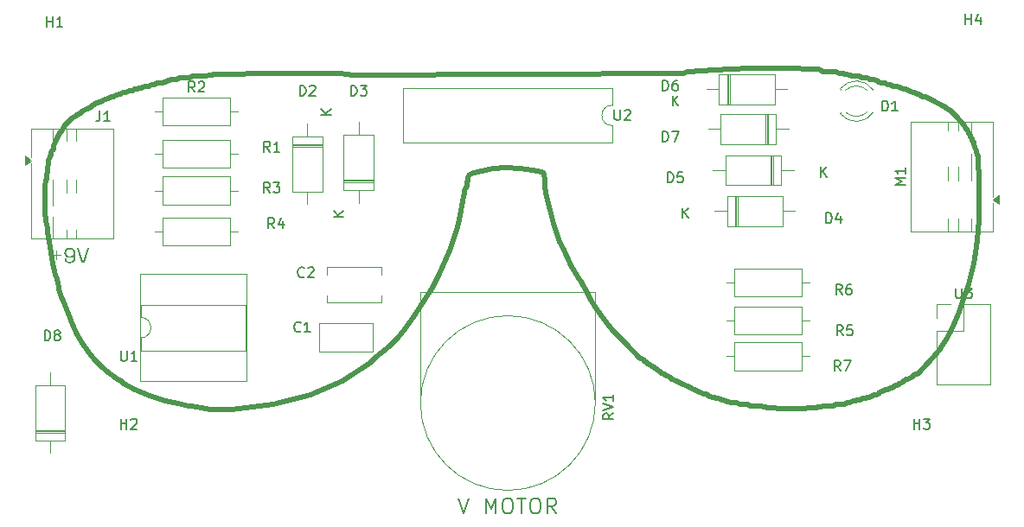
<source format=gbr>
%TF.GenerationSoftware,KiCad,Pcbnew,9.0.2*%
%TF.CreationDate,2025-06-20T16:24:45-04:00*%
%TF.ProjectId,fps555-v5.2,66707335-3535-42d7-9635-2e322e6b6963,rev?*%
%TF.SameCoordinates,Original*%
%TF.FileFunction,Legend,Top*%
%TF.FilePolarity,Positive*%
%FSLAX46Y46*%
G04 Gerber Fmt 4.6, Leading zero omitted, Abs format (unit mm)*
G04 Created by KiCad (PCBNEW 9.0.2) date 2025-06-20 16:24:45*
%MOMM*%
%LPD*%
G01*
G04 APERTURE LIST*
%ADD10C,0.187500*%
%ADD11C,0.500000*%
%ADD12C,0.150000*%
%ADD13C,0.120000*%
G04 APERTURE END LIST*
D10*
X97266212Y-97806678D02*
X97766212Y-99306678D01*
X97766212Y-99306678D02*
X98266212Y-97806678D01*
X99909068Y-99306678D02*
X99909068Y-97806678D01*
X99909068Y-97806678D02*
X100409068Y-98878107D01*
X100409068Y-98878107D02*
X100909068Y-97806678D01*
X100909068Y-97806678D02*
X100909068Y-99306678D01*
X101909069Y-97806678D02*
X102194783Y-97806678D01*
X102194783Y-97806678D02*
X102337640Y-97878107D01*
X102337640Y-97878107D02*
X102480497Y-98020964D01*
X102480497Y-98020964D02*
X102551926Y-98306678D01*
X102551926Y-98306678D02*
X102551926Y-98806678D01*
X102551926Y-98806678D02*
X102480497Y-99092392D01*
X102480497Y-99092392D02*
X102337640Y-99235250D01*
X102337640Y-99235250D02*
X102194783Y-99306678D01*
X102194783Y-99306678D02*
X101909069Y-99306678D01*
X101909069Y-99306678D02*
X101766212Y-99235250D01*
X101766212Y-99235250D02*
X101623354Y-99092392D01*
X101623354Y-99092392D02*
X101551926Y-98806678D01*
X101551926Y-98806678D02*
X101551926Y-98306678D01*
X101551926Y-98306678D02*
X101623354Y-98020964D01*
X101623354Y-98020964D02*
X101766212Y-97878107D01*
X101766212Y-97878107D02*
X101909069Y-97806678D01*
X102980498Y-97806678D02*
X103837641Y-97806678D01*
X103409069Y-99306678D02*
X103409069Y-97806678D01*
X104623355Y-97806678D02*
X104909069Y-97806678D01*
X104909069Y-97806678D02*
X105051926Y-97878107D01*
X105051926Y-97878107D02*
X105194783Y-98020964D01*
X105194783Y-98020964D02*
X105266212Y-98306678D01*
X105266212Y-98306678D02*
X105266212Y-98806678D01*
X105266212Y-98806678D02*
X105194783Y-99092392D01*
X105194783Y-99092392D02*
X105051926Y-99235250D01*
X105051926Y-99235250D02*
X104909069Y-99306678D01*
X104909069Y-99306678D02*
X104623355Y-99306678D01*
X104623355Y-99306678D02*
X104480498Y-99235250D01*
X104480498Y-99235250D02*
X104337640Y-99092392D01*
X104337640Y-99092392D02*
X104266212Y-98806678D01*
X104266212Y-98806678D02*
X104266212Y-98306678D01*
X104266212Y-98306678D02*
X104337640Y-98020964D01*
X104337640Y-98020964D02*
X104480498Y-97878107D01*
X104480498Y-97878107D02*
X104623355Y-97806678D01*
X106766212Y-99306678D02*
X106266212Y-98592392D01*
X105909069Y-99306678D02*
X105909069Y-97806678D01*
X105909069Y-97806678D02*
X106480498Y-97806678D01*
X106480498Y-97806678D02*
X106623355Y-97878107D01*
X106623355Y-97878107D02*
X106694784Y-97949535D01*
X106694784Y-97949535D02*
X106766212Y-98092392D01*
X106766212Y-98092392D02*
X106766212Y-98306678D01*
X106766212Y-98306678D02*
X106694784Y-98449535D01*
X106694784Y-98449535D02*
X106623355Y-98520964D01*
X106623355Y-98520964D02*
X106480498Y-98592392D01*
X106480498Y-98592392D02*
X105909069Y-98592392D01*
G36*
X57821161Y-74451084D02*
G01*
X57980713Y-74451084D01*
X57980713Y-74085635D01*
X58341948Y-74085635D01*
X58341948Y-73934419D01*
X57980713Y-73934419D01*
X57980713Y-73569062D01*
X57821161Y-73569062D01*
X57821161Y-73934419D01*
X57459926Y-73934419D01*
X57459926Y-74085635D01*
X57821161Y-74085635D01*
X57821161Y-74451084D01*
G37*
G36*
X59236010Y-73247410D02*
G01*
X59354758Y-73266939D01*
X59458068Y-73306125D01*
X59544931Y-73362768D01*
X59614670Y-73435261D01*
X59642876Y-73477126D01*
X59666489Y-73522696D01*
X59685325Y-73571973D01*
X59699090Y-73624724D01*
X59707610Y-73681347D01*
X59710502Y-73741253D01*
X59710502Y-74253613D01*
X59708184Y-74313178D01*
X59687915Y-74430086D01*
X59648657Y-74529428D01*
X59622352Y-74572918D01*
X59591705Y-74612405D01*
X59556518Y-74648099D01*
X59517177Y-74679546D01*
X59472766Y-74707231D01*
X59424289Y-74730284D01*
X59370113Y-74749129D01*
X59311911Y-74762830D01*
X59247535Y-74771488D01*
X59179182Y-74774400D01*
X59165693Y-74774291D01*
X59038199Y-74761213D01*
X58929833Y-74728371D01*
X58882722Y-74705355D01*
X58840083Y-74678175D01*
X58802027Y-74647080D01*
X58768623Y-74612284D01*
X58739710Y-74573635D01*
X58715727Y-74531684D01*
X58696472Y-74485831D01*
X58682525Y-74437051D01*
X58673856Y-74384425D01*
X58670943Y-74329268D01*
X58843135Y-74329268D01*
X58849516Y-74397447D01*
X58875191Y-74472060D01*
X58919373Y-74532560D01*
X58948761Y-74557741D01*
X58982948Y-74579072D01*
X59023166Y-74596757D01*
X59068486Y-74609841D01*
X59121064Y-74618287D01*
X59179182Y-74621168D01*
X59195073Y-74620956D01*
X59297961Y-74607596D01*
X59381330Y-74575659D01*
X59447280Y-74526807D01*
X59474255Y-74495802D01*
X59496751Y-74460792D01*
X59515261Y-74420390D01*
X59528755Y-74375986D01*
X59537414Y-74325253D01*
X59540326Y-74270466D01*
X59540326Y-74066768D01*
X59513032Y-74066768D01*
X59495006Y-74092634D01*
X59436566Y-74150896D01*
X59359642Y-74196200D01*
X59314007Y-74213120D01*
X59262283Y-74225982D01*
X59205092Y-74234028D01*
X59141355Y-74236852D01*
X59120801Y-74236484D01*
X59064306Y-74231564D01*
X59009917Y-74221049D01*
X58909984Y-74184431D01*
X58824009Y-74128987D01*
X58754209Y-74057027D01*
X58702258Y-73970427D01*
X58683488Y-73922156D01*
X58669716Y-73870482D01*
X58661276Y-73815797D01*
X58658395Y-73758014D01*
X58658395Y-73734933D01*
X58830587Y-73734933D01*
X58830587Y-73751786D01*
X58830631Y-73758043D01*
X58834146Y-73806821D01*
X58843104Y-73852472D01*
X58857185Y-73894644D01*
X58876159Y-73933324D01*
X58899914Y-73968499D01*
X58928101Y-73999753D01*
X58960936Y-74027234D01*
X58997794Y-74050280D01*
X59039158Y-74068970D01*
X59084129Y-74082640D01*
X59133247Y-74091169D01*
X59185502Y-74094062D01*
X59195997Y-74093949D01*
X59294441Y-74080752D01*
X59378135Y-74047552D01*
X59445925Y-73996718D01*
X59473528Y-73965228D01*
X59496721Y-73929878D01*
X59515318Y-73890690D01*
X59528956Y-73847999D01*
X59537439Y-73801481D01*
X59540326Y-73751786D01*
X59540326Y-73734933D01*
X59540319Y-73732408D01*
X59528791Y-73637951D01*
X59515286Y-73596181D01*
X59496927Y-73557987D01*
X59473785Y-73523313D01*
X59446195Y-73492566D01*
X59413712Y-73465406D01*
X59377094Y-73442658D01*
X59335411Y-73424045D01*
X59289896Y-73410444D01*
X59239431Y-73401876D01*
X59185502Y-73398977D01*
X59176804Y-73399049D01*
X59076173Y-73411617D01*
X58991936Y-73443678D01*
X58924434Y-73492850D01*
X58897045Y-73523427D01*
X58874048Y-73557882D01*
X58855546Y-73596386D01*
X58841978Y-73638523D01*
X58833476Y-73685007D01*
X58830587Y-73734933D01*
X58658395Y-73734933D01*
X58658395Y-73732827D01*
X58659343Y-73699627D01*
X58665452Y-73643859D01*
X58677010Y-73591144D01*
X58693908Y-73541268D01*
X58715823Y-73494770D01*
X58742925Y-73451182D01*
X58774659Y-73411363D01*
X58811505Y-73374794D01*
X58852603Y-73342450D01*
X58898614Y-73313967D01*
X58948451Y-73290206D01*
X59002720Y-73271062D01*
X59060312Y-73257140D01*
X59121538Y-73248555D01*
X59185502Y-73245654D01*
X59236010Y-73247410D01*
G37*
G36*
X60332039Y-74745000D02*
G01*
X60640792Y-74745000D01*
X61083910Y-73275054D01*
X60901186Y-73275054D01*
X60500109Y-74637930D01*
X60472814Y-74637930D01*
X60071646Y-73275054D01*
X59889013Y-73275054D01*
X60332039Y-74745000D01*
G37*
D11*
X129022968Y-55711672D02*
X132540823Y-55793954D01*
X132800140Y-55942805D01*
X132849675Y-55975191D01*
X133059576Y-56000378D01*
X133316978Y-56018370D01*
X133612641Y-56024365D01*
X133909026Y-56031325D01*
X134168467Y-56052793D01*
X134377890Y-56082899D01*
X134434501Y-56121041D01*
X134482599Y-56158586D01*
X134601223Y-56189289D01*
X134751394Y-56210640D01*
X134917996Y-56217716D01*
X135084598Y-56224795D01*
X135234769Y-56246144D01*
X135353398Y-56276849D01*
X135401496Y-56314392D01*
X135452712Y-56352173D01*
X135596517Y-56382759D01*
X135777879Y-56404110D01*
X135981544Y-56411067D01*
X136185328Y-56418146D01*
X136366685Y-56439492D01*
X136510496Y-56469961D01*
X136561712Y-56507740D01*
X136608014Y-56545286D01*
X136714285Y-56576110D01*
X136848742Y-56597461D01*
X136996875Y-56604538D01*
X137145007Y-56611617D01*
X137279459Y-56632844D01*
X137385735Y-56663671D01*
X137432033Y-56701213D01*
X137475814Y-56738515D01*
X137568404Y-56769461D01*
X137685357Y-56790813D01*
X137812613Y-56797889D01*
X137944316Y-56808566D01*
X138074576Y-56840469D01*
X138185049Y-56887247D01*
X138253893Y-56942904D01*
X138322738Y-56998555D01*
X138433092Y-57045335D01*
X138563471Y-57077239D01*
X138695168Y-57087913D01*
X138822310Y-57095109D01*
X138939252Y-57116341D01*
X139031972Y-57147284D01*
X139075748Y-57184589D01*
X139114736Y-57221771D01*
X139185620Y-57252959D01*
X139273302Y-57274188D01*
X139365778Y-57281384D01*
X139458373Y-57288460D01*
X139546055Y-57309689D01*
X139616944Y-57340877D01*
X139655926Y-57378059D01*
X139702338Y-57415483D01*
X139810051Y-57446307D01*
X139946433Y-57467658D01*
X140096719Y-57474735D01*
X140242812Y-57481694D01*
X140365871Y-57503162D01*
X140453673Y-57533987D01*
X140477787Y-57571410D01*
X140495291Y-57608471D01*
X140547949Y-57639658D01*
X140625198Y-57661009D01*
X140716590Y-57668086D01*
X140832095Y-57681398D01*
X140986344Y-57724938D01*
X141150316Y-57787430D01*
X141299647Y-57861434D01*
X141441653Y-57935563D01*
X141583669Y-57998052D01*
X141708045Y-58043032D01*
X141783136Y-58054907D01*
X141858217Y-58066780D01*
X141982604Y-58111641D01*
X142124620Y-58174252D01*
X142266636Y-58248256D01*
X142406722Y-58322263D01*
X142543104Y-58384874D01*
X142660529Y-58430572D01*
X142724341Y-58441607D01*
X142950309Y-58493425D01*
X143780813Y-58902435D01*
X144580718Y-59314803D01*
X144860433Y-59513910D01*
X144943794Y-59584557D01*
X145030039Y-59644408D01*
X145107879Y-59686989D01*
X145159334Y-59698626D01*
X145316820Y-59762676D01*
X146012135Y-60448759D01*
X146698703Y-61143714D01*
X146762754Y-61300962D01*
X146775465Y-61354216D01*
X146819604Y-61428822D01*
X146882213Y-61509184D01*
X146956214Y-61584151D01*
X147030226Y-61664277D01*
X147092710Y-61760109D01*
X147135781Y-61856663D01*
X147149571Y-61937507D01*
X147156647Y-62005755D01*
X147177991Y-62063567D01*
X147209305Y-62102311D01*
X147246244Y-62115987D01*
X147283193Y-62130617D01*
X147314497Y-62172718D01*
X147335851Y-62235329D01*
X147342917Y-62309335D01*
X147350118Y-62383342D01*
X147371347Y-62445953D01*
X147402662Y-62488051D01*
X147439600Y-62502687D01*
X147476538Y-62517322D01*
X147507967Y-62559539D01*
X147529197Y-62622150D01*
X147536273Y-62696157D01*
X147543464Y-62770161D01*
X147564693Y-62832656D01*
X147596122Y-62874873D01*
X147633070Y-62889508D01*
X147670133Y-62909417D01*
X147701313Y-62972988D01*
X147722667Y-63064865D01*
X147729743Y-63173895D01*
X147736820Y-63287123D01*
X147758174Y-63392193D01*
X147789115Y-63476034D01*
X147826416Y-63518015D01*
X147863594Y-63556157D01*
X147894670Y-63623806D01*
X147915899Y-63707166D01*
X147923100Y-63794488D01*
X147931847Y-63886126D01*
X147957994Y-63982441D01*
X147996375Y-64068800D01*
X148041957Y-64130091D01*
X148105644Y-64274027D01*
X148135631Y-65063021D01*
X148156507Y-66211730D01*
X148162857Y-68137916D01*
X148157950Y-70480671D01*
X148131553Y-71615943D01*
X148069910Y-72411656D01*
X147950191Y-73235555D01*
X147657776Y-74812584D01*
X147435522Y-75815920D01*
X147151013Y-76843365D01*
X146620375Y-78553653D01*
X146278539Y-79525083D01*
X145850208Y-80551682D01*
X145395865Y-81501525D01*
X144977734Y-82227906D01*
X144808979Y-82490942D01*
X144636976Y-82761298D01*
X144484771Y-83002633D01*
X144386531Y-83161194D01*
X144044684Y-83619381D01*
X143185045Y-84551351D01*
X142245760Y-85539336D01*
X142074961Y-85612139D01*
X142019304Y-85622339D01*
X141953095Y-85654245D01*
X141887612Y-85700423D01*
X141833159Y-85755234D01*
X141689099Y-85884177D01*
X141437212Y-86033980D01*
X141176941Y-86159202D01*
X141016092Y-86192307D01*
X140964762Y-86205510D01*
X140898304Y-86249162D01*
X140829221Y-86311651D01*
X140767930Y-86385658D01*
X140701835Y-86459665D01*
X140618838Y-86522279D01*
X140532478Y-86565100D01*
X140456433Y-86579134D01*
X140390587Y-86586205D01*
X140334930Y-86607434D01*
X140297629Y-86638863D01*
X140284430Y-86675807D01*
X140273515Y-86712631D01*
X140242688Y-86744060D01*
X140196639Y-86765289D01*
X140142300Y-86772485D01*
X140066006Y-86784360D01*
X139940799Y-86829340D01*
X139798181Y-86891829D01*
X139655926Y-86965836D01*
X139514751Y-87039843D01*
X139375370Y-87102451D01*
X139254350Y-87147670D01*
X139184421Y-87159301D01*
X139023817Y-87190606D01*
X138755618Y-87311512D01*
X138497858Y-87451489D01*
X138395069Y-87552125D01*
X138360522Y-87586906D01*
X138301389Y-87616047D01*
X138229183Y-87635963D01*
X138154460Y-87642682D01*
X138060423Y-87655392D01*
X137922843Y-87699537D01*
X137770757Y-87762026D01*
X137625384Y-87836033D01*
X137469091Y-87910154D01*
X137283662Y-87972648D01*
X137098943Y-88015589D01*
X136945534Y-88029498D01*
X136817080Y-88036455D01*
X136708651Y-88057928D01*
X136632481Y-88088869D01*
X136610053Y-88126176D01*
X136586064Y-88163597D01*
X136498148Y-88194424D01*
X136375084Y-88215897D01*
X136228990Y-88222849D01*
X136078699Y-88229931D01*
X135942318Y-88251279D01*
X135834734Y-88282106D01*
X135788193Y-88319527D01*
X135749210Y-88356710D01*
X135678322Y-88387889D01*
X135590650Y-88409119D01*
X135498174Y-88416200D01*
X135405568Y-88423396D01*
X135317891Y-88444625D01*
X135247003Y-88475815D01*
X135208025Y-88512998D01*
X135156810Y-88550777D01*
X135012993Y-88581241D01*
X134831642Y-88602594D01*
X134627977Y-88609666D01*
X134424183Y-88616628D01*
X134242831Y-88637976D01*
X134099015Y-88668565D01*
X134047799Y-88706349D01*
X133991069Y-88744486D01*
X133781645Y-88774592D01*
X133522209Y-88795946D01*
X133225825Y-88803017D01*
X132929559Y-88809979D01*
X132670124Y-88831447D01*
X132460695Y-88861558D01*
X132403959Y-88899695D01*
X132329475Y-88943601D01*
X131693890Y-88970703D01*
X130895178Y-88990370D01*
X129835952Y-88996368D01*
X128759086Y-88990614D01*
X127978854Y-88971305D01*
X127370609Y-88944794D01*
X127327673Y-88899695D01*
X127294813Y-88859753D01*
X127111537Y-88830254D01*
X126866487Y-88809621D01*
X126559784Y-88803017D01*
X126261251Y-88795946D01*
X126000005Y-88774592D01*
X125789025Y-88744486D01*
X125732175Y-88706349D01*
X125680959Y-88668565D01*
X125537138Y-88637976D01*
X125355787Y-88616628D01*
X125152122Y-88609666D01*
X124948332Y-88602594D01*
X124766981Y-88581241D01*
X124623165Y-88550777D01*
X124571949Y-88512998D01*
X124522170Y-88475214D01*
X124391070Y-88444625D01*
X124225314Y-88423282D01*
X124040118Y-88416200D01*
X123854922Y-88409243D01*
X123689156Y-88387889D01*
X123558055Y-88357187D01*
X123508282Y-88319527D01*
X123469299Y-88282345D01*
X123398410Y-88251279D01*
X123310739Y-88230045D01*
X123218263Y-88222849D01*
X123125657Y-88215653D01*
X123037975Y-88194424D01*
X122967097Y-88163364D01*
X122928114Y-88126176D01*
X122887088Y-88088869D01*
X122807685Y-88057928D01*
X122708496Y-88036580D01*
X122602220Y-88029498D01*
X122470523Y-88015107D01*
X122288093Y-87967009D01*
X122090664Y-87898164D01*
X121906900Y-87816718D01*
X121736942Y-87736833D01*
X121581499Y-87672544D01*
X121450995Y-87626007D01*
X121401818Y-87624570D01*
X121352641Y-87621930D01*
X121220343Y-87567715D01*
X121062856Y-87493709D01*
X120890734Y-87402192D01*
X120714898Y-87309115D01*
X120546376Y-87230548D01*
X120402441Y-87172494D01*
X120329513Y-87159301D01*
X120245317Y-87141906D01*
X119961524Y-87017166D01*
X119626759Y-86861002D01*
X119253856Y-86675807D01*
X118882267Y-86490492D01*
X118551937Y-86334328D01*
X118270670Y-86207658D01*
X118197981Y-86192307D01*
X118148804Y-86179000D01*
X118087394Y-86135457D01*
X118025024Y-86072962D01*
X117970924Y-85998961D01*
X117910479Y-85924954D01*
X117829032Y-85862346D01*
X117740157Y-85819768D01*
X117657632Y-85805491D01*
X117583864Y-85798414D01*
X117521618Y-85777180D01*
X117479637Y-85745761D01*
X117465007Y-85708812D01*
X117450128Y-85671874D01*
X117407311Y-85640569D01*
X117343738Y-85619335D01*
X117268652Y-85612139D01*
X117189494Y-85601582D01*
X117113925Y-85570641D01*
X117053356Y-85524820D01*
X117017968Y-85470850D01*
X116984625Y-85412672D01*
X116928973Y-85354857D01*
X116861203Y-85306043D01*
X116791035Y-85274614D01*
X116706113Y-85237676D01*
X116587609Y-85165827D01*
X116459746Y-85076469D01*
X116340759Y-84980989D01*
X116226821Y-84889598D01*
X116114428Y-84812349D01*
X116016194Y-84755862D01*
X115960179Y-84742062D01*
X115904527Y-84725751D01*
X115806054Y-84656782D01*
X115693423Y-84562988D01*
X115579599Y-84451799D01*
X115465525Y-84340735D01*
X115352780Y-84246931D01*
X115253829Y-84178205D01*
X115197695Y-84161775D01*
X115002066Y-84080090D01*
X113580962Y-82635235D01*
X112295877Y-81298939D01*
X111691959Y-80581072D01*
X111174996Y-79860326D01*
X110645920Y-79064255D01*
X110190249Y-78330435D01*
X109947487Y-77863848D01*
X109839894Y-77646751D01*
X109656503Y-77321101D01*
X109440839Y-76958865D01*
X109220863Y-76609112D01*
X108990568Y-76241719D01*
X108743604Y-75825513D01*
X108516666Y-75424658D01*
X108352103Y-75110406D01*
X108190539Y-74787391D01*
X107971761Y-74355834D01*
X107737026Y-73896209D01*
X107521127Y-73477243D01*
X107167052Y-72725789D01*
X106859275Y-71928037D01*
X106545142Y-70938376D01*
X106163239Y-69561297D01*
X105918070Y-68586505D01*
X105771619Y-67860244D01*
X105694374Y-67237130D01*
X105668585Y-66600948D01*
X105650593Y-66085905D01*
X105560758Y-65911625D01*
X105353493Y-65812556D01*
X104513521Y-65648470D01*
X103249307Y-65481386D01*
X101918525Y-65436167D01*
X100638239Y-65511253D01*
X99528632Y-65706762D01*
X98745277Y-65922302D01*
X98371290Y-66103182D01*
X98190173Y-66334670D01*
X98126599Y-66680231D01*
X98116529Y-66843834D01*
X98086299Y-67024112D01*
X98042164Y-67193474D01*
X97989501Y-67321933D01*
X97929653Y-67462388D01*
X97861524Y-67678410D01*
X97796996Y-67923097D01*
X97746257Y-68163223D01*
X97471942Y-69624985D01*
X97289029Y-70519892D01*
X97120269Y-71230081D01*
X96910965Y-71996767D01*
X96662082Y-72781923D01*
X96378169Y-73535172D01*
X95979355Y-74458390D01*
X95337176Y-75846265D01*
X94668003Y-77146344D01*
X93796727Y-78620339D01*
X92855284Y-80061111D01*
X91969733Y-81261036D01*
X91290369Y-82106169D01*
X90913261Y-82532326D01*
X90542396Y-82880171D01*
X89948547Y-83365818D01*
X89609466Y-83637254D01*
X89222885Y-83952948D01*
X88849620Y-84262764D01*
X88554076Y-84513687D01*
X85922253Y-86331205D01*
X82752483Y-87717404D01*
X79110010Y-88645774D01*
X75065483Y-89094006D01*
X73922055Y-89123152D01*
X72953383Y-89087884D01*
X72040367Y-88981499D01*
X71070135Y-88794628D01*
X70840561Y-88746047D01*
X70509154Y-88682479D01*
X70143565Y-88616270D01*
X69795725Y-88557018D01*
X68544227Y-88266511D01*
X67034125Y-87752070D01*
X65572122Y-87138072D01*
X64475290Y-86536431D01*
X64180839Y-86347640D01*
X63893811Y-86164722D01*
X63647397Y-86008559D01*
X63510757Y-85923393D01*
X62917069Y-85498548D01*
X62263383Y-84910469D01*
X61605621Y-84216944D01*
X60996998Y-83468976D01*
X60370924Y-82576108D01*
X59868992Y-81723062D01*
X59439615Y-80814724D01*
X59032968Y-79753453D01*
X58882665Y-79336287D01*
X58707882Y-78878457D01*
X58535894Y-78449058D01*
X58396915Y-78126889D01*
X58281708Y-77856891D01*
X58184396Y-77594212D01*
X58113401Y-77368478D01*
X58095998Y-77245175D01*
X58082480Y-77106158D01*
X58010442Y-76754485D01*
X57916285Y-76335757D01*
X57804749Y-75880687D01*
X57547983Y-74797710D01*
X57323328Y-73696617D01*
X57144323Y-72650584D01*
X57026189Y-71736849D01*
X56984377Y-71373897D01*
X56933760Y-71003148D01*
X56882100Y-70674380D01*
X56838896Y-70461237D01*
X56761052Y-69862118D01*
X56744944Y-68524857D01*
X56760668Y-67178480D01*
X56840755Y-66659842D01*
X56884859Y-66472369D01*
X56938594Y-66152473D01*
X56991453Y-65782087D01*
X57035569Y-65406896D01*
X57079421Y-65049345D01*
X57131621Y-64732572D01*
X57185500Y-64472171D01*
X57227204Y-64396489D01*
X57263775Y-64345029D01*
X57294481Y-64267308D01*
X57315436Y-64178189D01*
X57322464Y-64090631D01*
X57333463Y-64000910D01*
X57366352Y-63905555D01*
X57414677Y-63818957D01*
X57471903Y-63756104D01*
X57525386Y-63699133D01*
X57563073Y-63631001D01*
X57580033Y-63562515D01*
X57572428Y-63504583D01*
X57577574Y-63332103D01*
X57886047Y-62674085D01*
X58205843Y-62050255D01*
X58428604Y-61735640D01*
X58486345Y-61664992D01*
X58535151Y-61590508D01*
X58569634Y-61522621D01*
X58579458Y-61475841D01*
X58628516Y-61353021D01*
X58998555Y-60973753D01*
X59371559Y-60619078D01*
X59619148Y-60437844D01*
X59719505Y-60376792D01*
X59877869Y-60275317D01*
X60057042Y-60158133D01*
X60233575Y-60040107D01*
X60425871Y-59914762D01*
X60653453Y-59775390D01*
X60879632Y-59643449D01*
X61066470Y-59542096D01*
X61234068Y-59450100D01*
X61400167Y-59347788D01*
X61542901Y-59250152D01*
X61629357Y-59176504D01*
X61701587Y-59117374D01*
X61790550Y-59067237D01*
X61881888Y-59032931D01*
X61960775Y-59021780D01*
X62060964Y-59005344D01*
X62247527Y-58936616D01*
X62464807Y-58842823D01*
X62688874Y-58731753D01*
X62913051Y-58620686D01*
X63130582Y-58526887D01*
X63317467Y-58458159D01*
X63418184Y-58441607D01*
X63490654Y-58434531D01*
X63561349Y-58413179D01*
X63620087Y-58381995D01*
X63655806Y-58344932D01*
X63694788Y-58307749D01*
X63765663Y-58276684D01*
X63853331Y-58255454D01*
X63945881Y-58248256D01*
X64038417Y-58241060D01*
X64126096Y-58219831D01*
X64196971Y-58188765D01*
X64235953Y-58151583D01*
X64274948Y-58114401D01*
X64345811Y-58083332D01*
X64433491Y-58061981D01*
X64526027Y-58054907D01*
X64618564Y-58047709D01*
X64706244Y-58026480D01*
X64777131Y-57995292D01*
X64816112Y-57958232D01*
X64858094Y-57920928D01*
X64941815Y-57889862D01*
X65047005Y-57868633D01*
X65160233Y-57861434D01*
X65269143Y-57854480D01*
X65361020Y-57833129D01*
X65424591Y-57801944D01*
X65444622Y-57764761D01*
X65468730Y-57727335D01*
X65556530Y-57696511D01*
X65679593Y-57675160D01*
X65825685Y-57668086D01*
X65975975Y-57661009D01*
X66112352Y-57639658D01*
X66220062Y-57608951D01*
X66266481Y-57571410D01*
X66310620Y-57533987D01*
X66404777Y-57503162D01*
X66523641Y-57481811D01*
X66653301Y-57474735D01*
X66782841Y-57467658D01*
X66901826Y-57446307D01*
X66995983Y-57415363D01*
X67040002Y-57378059D01*
X67078985Y-57340877D01*
X67149872Y-57309689D01*
X67237551Y-57288460D01*
X67330148Y-57281384D01*
X67422625Y-57274188D01*
X67510305Y-57252959D01*
X67581192Y-57221771D01*
X67620173Y-57184589D01*
X67668751Y-57147048D01*
X67790614Y-57116341D01*
X67944744Y-57094992D01*
X68116263Y-57087913D01*
X68302177Y-57077841D01*
X68471779Y-57047732D01*
X68610075Y-57001673D01*
X68697634Y-56942904D01*
X68783875Y-56884848D01*
X68920611Y-56838669D01*
X69086495Y-56808081D01*
X69265212Y-56797889D01*
X69431335Y-56790813D01*
X69581145Y-56769461D01*
X69699289Y-56738756D01*
X69747387Y-56701213D01*
X69801244Y-56663191D01*
X69970844Y-56632844D01*
X70183507Y-56611495D01*
X70424234Y-56604538D01*
X70664964Y-56597461D01*
X70877624Y-56576110D01*
X71047345Y-56545766D01*
X71101081Y-56507740D01*
X71161055Y-56468999D01*
X71421453Y-56439256D01*
X71742424Y-56418024D01*
X72116411Y-56411067D01*
X72490277Y-56404232D01*
X72811249Y-56383003D01*
X73071648Y-56353252D01*
X73131620Y-56314392D01*
X73287069Y-56227672D01*
X79566880Y-56219275D01*
X85604881Y-56217600D01*
X86330185Y-56299878D01*
X86938064Y-56366567D01*
X103005700Y-56258499D01*
X119238624Y-56147429D01*
X119493381Y-56074022D01*
X119581779Y-56044157D01*
X120073797Y-55998098D01*
X120650727Y-55952281D01*
X121314261Y-55911021D01*
X122029487Y-55869877D01*
X122763790Y-55824897D01*
X123417850Y-55782320D01*
X123846767Y-55751013D01*
X125807857Y-55674848D01*
X129022968Y-55711672D01*
D12*
X145921995Y-77233819D02*
X145921995Y-78043342D01*
X145921995Y-78043342D02*
X145969614Y-78138580D01*
X145969614Y-78138580D02*
X146017233Y-78186200D01*
X146017233Y-78186200D02*
X146112471Y-78233819D01*
X146112471Y-78233819D02*
X146302947Y-78233819D01*
X146302947Y-78233819D02*
X146398185Y-78186200D01*
X146398185Y-78186200D02*
X146445804Y-78138580D01*
X146445804Y-78138580D02*
X146493423Y-78043342D01*
X146493423Y-78043342D02*
X146493423Y-77233819D01*
X146874376Y-77233819D02*
X147493423Y-77233819D01*
X147493423Y-77233819D02*
X147160090Y-77614771D01*
X147160090Y-77614771D02*
X147302947Y-77614771D01*
X147302947Y-77614771D02*
X147398185Y-77662390D01*
X147398185Y-77662390D02*
X147445804Y-77710009D01*
X147445804Y-77710009D02*
X147493423Y-77805247D01*
X147493423Y-77805247D02*
X147493423Y-78043342D01*
X147493423Y-78043342D02*
X147445804Y-78138580D01*
X147445804Y-78138580D02*
X147398185Y-78186200D01*
X147398185Y-78186200D02*
X147302947Y-78233819D01*
X147302947Y-78233819D02*
X147017233Y-78233819D01*
X147017233Y-78233819D02*
X146921995Y-78186200D01*
X146921995Y-78186200D02*
X146874376Y-78138580D01*
X146864017Y-51346533D02*
X146864017Y-50346533D01*
X146864017Y-50822723D02*
X147435445Y-50822723D01*
X147435445Y-51346533D02*
X147435445Y-50346533D01*
X148340207Y-50679866D02*
X148340207Y-51346533D01*
X148102112Y-50298914D02*
X147864017Y-51013199D01*
X147864017Y-51013199D02*
X148483064Y-51013199D01*
X141811853Y-91024507D02*
X141811853Y-90024507D01*
X141811853Y-90500697D02*
X142383281Y-90500697D01*
X142383281Y-91024507D02*
X142383281Y-90024507D01*
X142764234Y-90024507D02*
X143383281Y-90024507D01*
X143383281Y-90024507D02*
X143049948Y-90405459D01*
X143049948Y-90405459D02*
X143192805Y-90405459D01*
X143192805Y-90405459D02*
X143288043Y-90453078D01*
X143288043Y-90453078D02*
X143335662Y-90500697D01*
X143335662Y-90500697D02*
X143383281Y-90595935D01*
X143383281Y-90595935D02*
X143383281Y-90834030D01*
X143383281Y-90834030D02*
X143335662Y-90929268D01*
X143335662Y-90929268D02*
X143288043Y-90976888D01*
X143288043Y-90976888D02*
X143192805Y-91024507D01*
X143192805Y-91024507D02*
X142907091Y-91024507D01*
X142907091Y-91024507D02*
X142811853Y-90976888D01*
X142811853Y-90976888D02*
X142764234Y-90929268D01*
X64181029Y-91023727D02*
X64181029Y-90023727D01*
X64181029Y-90499917D02*
X64752457Y-90499917D01*
X64752457Y-91023727D02*
X64752457Y-90023727D01*
X65181029Y-90118965D02*
X65228648Y-90071346D01*
X65228648Y-90071346D02*
X65323886Y-90023727D01*
X65323886Y-90023727D02*
X65561981Y-90023727D01*
X65561981Y-90023727D02*
X65657219Y-90071346D01*
X65657219Y-90071346D02*
X65704838Y-90118965D01*
X65704838Y-90118965D02*
X65752457Y-90214203D01*
X65752457Y-90214203D02*
X65752457Y-90309441D01*
X65752457Y-90309441D02*
X65704838Y-90452298D01*
X65704838Y-90452298D02*
X65133410Y-91023727D01*
X65133410Y-91023727D02*
X65752457Y-91023727D01*
X56910846Y-51592980D02*
X56910846Y-50592980D01*
X56910846Y-51069170D02*
X57482274Y-51069170D01*
X57482274Y-51592980D02*
X57482274Y-50592980D01*
X58482274Y-51592980D02*
X57910846Y-51592980D01*
X58196560Y-51592980D02*
X58196560Y-50592980D01*
X58196560Y-50592980D02*
X58101322Y-50735837D01*
X58101322Y-50735837D02*
X58006084Y-50831075D01*
X58006084Y-50831075D02*
X57910846Y-50878694D01*
X82126053Y-76075351D02*
X82078434Y-76122971D01*
X82078434Y-76122971D02*
X81935577Y-76170590D01*
X81935577Y-76170590D02*
X81840339Y-76170590D01*
X81840339Y-76170590D02*
X81697482Y-76122971D01*
X81697482Y-76122971D02*
X81602244Y-76027732D01*
X81602244Y-76027732D02*
X81554625Y-75932494D01*
X81554625Y-75932494D02*
X81507006Y-75742018D01*
X81507006Y-75742018D02*
X81507006Y-75599161D01*
X81507006Y-75599161D02*
X81554625Y-75408685D01*
X81554625Y-75408685D02*
X81602244Y-75313447D01*
X81602244Y-75313447D02*
X81697482Y-75218209D01*
X81697482Y-75218209D02*
X81840339Y-75170590D01*
X81840339Y-75170590D02*
X81935577Y-75170590D01*
X81935577Y-75170590D02*
X82078434Y-75218209D01*
X82078434Y-75218209D02*
X82126053Y-75265828D01*
X82507006Y-75265828D02*
X82554625Y-75218209D01*
X82554625Y-75218209D02*
X82649863Y-75170590D01*
X82649863Y-75170590D02*
X82887958Y-75170590D01*
X82887958Y-75170590D02*
X82983196Y-75218209D01*
X82983196Y-75218209D02*
X83030815Y-75265828D01*
X83030815Y-75265828D02*
X83078434Y-75361066D01*
X83078434Y-75361066D02*
X83078434Y-75456304D01*
X83078434Y-75456304D02*
X83030815Y-75599161D01*
X83030815Y-75599161D02*
X82459387Y-76170590D01*
X82459387Y-76170590D02*
X83078434Y-76170590D01*
X117215805Y-57853819D02*
X117215805Y-56853819D01*
X117215805Y-56853819D02*
X117453900Y-56853819D01*
X117453900Y-56853819D02*
X117596757Y-56901438D01*
X117596757Y-56901438D02*
X117691995Y-56996676D01*
X117691995Y-56996676D02*
X117739614Y-57091914D01*
X117739614Y-57091914D02*
X117787233Y-57282390D01*
X117787233Y-57282390D02*
X117787233Y-57425247D01*
X117787233Y-57425247D02*
X117739614Y-57615723D01*
X117739614Y-57615723D02*
X117691995Y-57710961D01*
X117691995Y-57710961D02*
X117596757Y-57806200D01*
X117596757Y-57806200D02*
X117453900Y-57853819D01*
X117453900Y-57853819D02*
X117215805Y-57853819D01*
X118644376Y-56853819D02*
X118453900Y-56853819D01*
X118453900Y-56853819D02*
X118358662Y-56901438D01*
X118358662Y-56901438D02*
X118311043Y-56949057D01*
X118311043Y-56949057D02*
X118215805Y-57091914D01*
X118215805Y-57091914D02*
X118168186Y-57282390D01*
X118168186Y-57282390D02*
X118168186Y-57663342D01*
X118168186Y-57663342D02*
X118215805Y-57758580D01*
X118215805Y-57758580D02*
X118263424Y-57806200D01*
X118263424Y-57806200D02*
X118358662Y-57853819D01*
X118358662Y-57853819D02*
X118549138Y-57853819D01*
X118549138Y-57853819D02*
X118644376Y-57806200D01*
X118644376Y-57806200D02*
X118691995Y-57758580D01*
X118691995Y-57758580D02*
X118739614Y-57663342D01*
X118739614Y-57663342D02*
X118739614Y-57425247D01*
X118739614Y-57425247D02*
X118691995Y-57330009D01*
X118691995Y-57330009D02*
X118644376Y-57282390D01*
X118644376Y-57282390D02*
X118549138Y-57234771D01*
X118549138Y-57234771D02*
X118358662Y-57234771D01*
X118358662Y-57234771D02*
X118263424Y-57282390D01*
X118263424Y-57282390D02*
X118215805Y-57330009D01*
X118215805Y-57330009D02*
X118168186Y-57425247D01*
X118191995Y-59353819D02*
X118191995Y-58353819D01*
X118763423Y-59353819D02*
X118334852Y-58782390D01*
X118763423Y-58353819D02*
X118191995Y-58925247D01*
X64191995Y-83353819D02*
X64191995Y-84163342D01*
X64191995Y-84163342D02*
X64239614Y-84258580D01*
X64239614Y-84258580D02*
X64287233Y-84306200D01*
X64287233Y-84306200D02*
X64382471Y-84353819D01*
X64382471Y-84353819D02*
X64572947Y-84353819D01*
X64572947Y-84353819D02*
X64668185Y-84306200D01*
X64668185Y-84306200D02*
X64715804Y-84258580D01*
X64715804Y-84258580D02*
X64763423Y-84163342D01*
X64763423Y-84163342D02*
X64763423Y-83353819D01*
X65763423Y-84353819D02*
X65191995Y-84353819D01*
X65477709Y-84353819D02*
X65477709Y-83353819D01*
X65477709Y-83353819D02*
X65382471Y-83496676D01*
X65382471Y-83496676D02*
X65287233Y-83591914D01*
X65287233Y-83591914D02*
X65191995Y-83639533D01*
X117215805Y-62853819D02*
X117215805Y-61853819D01*
X117215805Y-61853819D02*
X117453900Y-61853819D01*
X117453900Y-61853819D02*
X117596757Y-61901438D01*
X117596757Y-61901438D02*
X117691995Y-61996676D01*
X117691995Y-61996676D02*
X117739614Y-62091914D01*
X117739614Y-62091914D02*
X117787233Y-62282390D01*
X117787233Y-62282390D02*
X117787233Y-62425247D01*
X117787233Y-62425247D02*
X117739614Y-62615723D01*
X117739614Y-62615723D02*
X117691995Y-62710961D01*
X117691995Y-62710961D02*
X117596757Y-62806200D01*
X117596757Y-62806200D02*
X117453900Y-62853819D01*
X117453900Y-62853819D02*
X117215805Y-62853819D01*
X118120567Y-61853819D02*
X118787233Y-61853819D01*
X118787233Y-61853819D02*
X118358662Y-62853819D01*
X134867233Y-81853819D02*
X134533900Y-81377628D01*
X134295805Y-81853819D02*
X134295805Y-80853819D01*
X134295805Y-80853819D02*
X134676757Y-80853819D01*
X134676757Y-80853819D02*
X134771995Y-80901438D01*
X134771995Y-80901438D02*
X134819614Y-80949057D01*
X134819614Y-80949057D02*
X134867233Y-81044295D01*
X134867233Y-81044295D02*
X134867233Y-81187152D01*
X134867233Y-81187152D02*
X134819614Y-81282390D01*
X134819614Y-81282390D02*
X134771995Y-81330009D01*
X134771995Y-81330009D02*
X134676757Y-81377628D01*
X134676757Y-81377628D02*
X134295805Y-81377628D01*
X135771995Y-80853819D02*
X135295805Y-80853819D01*
X135295805Y-80853819D02*
X135248186Y-81330009D01*
X135248186Y-81330009D02*
X135295805Y-81282390D01*
X135295805Y-81282390D02*
X135391043Y-81234771D01*
X135391043Y-81234771D02*
X135629138Y-81234771D01*
X135629138Y-81234771D02*
X135724376Y-81282390D01*
X135724376Y-81282390D02*
X135771995Y-81330009D01*
X135771995Y-81330009D02*
X135819614Y-81425247D01*
X135819614Y-81425247D02*
X135819614Y-81663342D01*
X135819614Y-81663342D02*
X135771995Y-81758580D01*
X135771995Y-81758580D02*
X135724376Y-81806200D01*
X135724376Y-81806200D02*
X135629138Y-81853819D01*
X135629138Y-81853819D02*
X135391043Y-81853819D01*
X135391043Y-81853819D02*
X135295805Y-81806200D01*
X135295805Y-81806200D02*
X135248186Y-81758580D01*
X138715805Y-59853819D02*
X138715805Y-58853819D01*
X138715805Y-58853819D02*
X138953900Y-58853819D01*
X138953900Y-58853819D02*
X139096757Y-58901438D01*
X139096757Y-58901438D02*
X139191995Y-58996676D01*
X139191995Y-58996676D02*
X139239614Y-59091914D01*
X139239614Y-59091914D02*
X139287233Y-59282390D01*
X139287233Y-59282390D02*
X139287233Y-59425247D01*
X139287233Y-59425247D02*
X139239614Y-59615723D01*
X139239614Y-59615723D02*
X139191995Y-59710961D01*
X139191995Y-59710961D02*
X139096757Y-59806200D01*
X139096757Y-59806200D02*
X138953900Y-59853819D01*
X138953900Y-59853819D02*
X138715805Y-59853819D01*
X140239614Y-59853819D02*
X139668186Y-59853819D01*
X139953900Y-59853819D02*
X139953900Y-58853819D01*
X139953900Y-58853819D02*
X139858662Y-58996676D01*
X139858662Y-58996676D02*
X139763424Y-59091914D01*
X139763424Y-59091914D02*
X139668186Y-59139533D01*
X81787233Y-81440683D02*
X81739614Y-81488303D01*
X81739614Y-81488303D02*
X81596757Y-81535922D01*
X81596757Y-81535922D02*
X81501519Y-81535922D01*
X81501519Y-81535922D02*
X81358662Y-81488303D01*
X81358662Y-81488303D02*
X81263424Y-81393064D01*
X81263424Y-81393064D02*
X81215805Y-81297826D01*
X81215805Y-81297826D02*
X81168186Y-81107350D01*
X81168186Y-81107350D02*
X81168186Y-80964493D01*
X81168186Y-80964493D02*
X81215805Y-80774017D01*
X81215805Y-80774017D02*
X81263424Y-80678779D01*
X81263424Y-80678779D02*
X81358662Y-80583541D01*
X81358662Y-80583541D02*
X81501519Y-80535922D01*
X81501519Y-80535922D02*
X81596757Y-80535922D01*
X81596757Y-80535922D02*
X81739614Y-80583541D01*
X81739614Y-80583541D02*
X81787233Y-80631160D01*
X82739614Y-81535922D02*
X82168186Y-81535922D01*
X82453900Y-81535922D02*
X82453900Y-80535922D01*
X82453900Y-80535922D02*
X82358662Y-80678779D01*
X82358662Y-80678779D02*
X82263424Y-80774017D01*
X82263424Y-80774017D02*
X82168186Y-80821636D01*
X140974386Y-67111298D02*
X139974386Y-67111298D01*
X139974386Y-67111298D02*
X140688671Y-66777965D01*
X140688671Y-66777965D02*
X139974386Y-66444632D01*
X139974386Y-66444632D02*
X140974386Y-66444632D01*
X140974386Y-65444632D02*
X140974386Y-66016060D01*
X140974386Y-65730346D02*
X139974386Y-65730346D01*
X139974386Y-65730346D02*
X140117243Y-65825584D01*
X140117243Y-65825584D02*
X140212481Y-65920822D01*
X140212481Y-65920822D02*
X140260100Y-66016060D01*
X79210522Y-71353819D02*
X78877189Y-70877628D01*
X78639094Y-71353819D02*
X78639094Y-70353819D01*
X78639094Y-70353819D02*
X79020046Y-70353819D01*
X79020046Y-70353819D02*
X79115284Y-70401438D01*
X79115284Y-70401438D02*
X79162903Y-70449057D01*
X79162903Y-70449057D02*
X79210522Y-70544295D01*
X79210522Y-70544295D02*
X79210522Y-70687152D01*
X79210522Y-70687152D02*
X79162903Y-70782390D01*
X79162903Y-70782390D02*
X79115284Y-70830009D01*
X79115284Y-70830009D02*
X79020046Y-70877628D01*
X79020046Y-70877628D02*
X78639094Y-70877628D01*
X80067665Y-70687152D02*
X80067665Y-71353819D01*
X79829570Y-70306200D02*
X79591475Y-71020485D01*
X79591475Y-71020485D02*
X80210522Y-71020485D01*
X71410441Y-57983819D02*
X71077108Y-57507628D01*
X70839013Y-57983819D02*
X70839013Y-56983819D01*
X70839013Y-56983819D02*
X71219965Y-56983819D01*
X71219965Y-56983819D02*
X71315203Y-57031438D01*
X71315203Y-57031438D02*
X71362822Y-57079057D01*
X71362822Y-57079057D02*
X71410441Y-57174295D01*
X71410441Y-57174295D02*
X71410441Y-57317152D01*
X71410441Y-57317152D02*
X71362822Y-57412390D01*
X71362822Y-57412390D02*
X71315203Y-57460009D01*
X71315203Y-57460009D02*
X71219965Y-57507628D01*
X71219965Y-57507628D02*
X70839013Y-57507628D01*
X71791394Y-57079057D02*
X71839013Y-57031438D01*
X71839013Y-57031438D02*
X71934251Y-56983819D01*
X71934251Y-56983819D02*
X72172346Y-56983819D01*
X72172346Y-56983819D02*
X72267584Y-57031438D01*
X72267584Y-57031438D02*
X72315203Y-57079057D01*
X72315203Y-57079057D02*
X72362822Y-57174295D01*
X72362822Y-57174295D02*
X72362822Y-57269533D01*
X72362822Y-57269533D02*
X72315203Y-57412390D01*
X72315203Y-57412390D02*
X71743775Y-57983819D01*
X71743775Y-57983819D02*
X72362822Y-57983819D01*
X81715805Y-58353819D02*
X81715805Y-57353819D01*
X81715805Y-57353819D02*
X81953900Y-57353819D01*
X81953900Y-57353819D02*
X82096757Y-57401438D01*
X82096757Y-57401438D02*
X82191995Y-57496676D01*
X82191995Y-57496676D02*
X82239614Y-57591914D01*
X82239614Y-57591914D02*
X82287233Y-57782390D01*
X82287233Y-57782390D02*
X82287233Y-57925247D01*
X82287233Y-57925247D02*
X82239614Y-58115723D01*
X82239614Y-58115723D02*
X82191995Y-58210961D01*
X82191995Y-58210961D02*
X82096757Y-58306200D01*
X82096757Y-58306200D02*
X81953900Y-58353819D01*
X81953900Y-58353819D02*
X81715805Y-58353819D01*
X82668186Y-57449057D02*
X82715805Y-57401438D01*
X82715805Y-57401438D02*
X82811043Y-57353819D01*
X82811043Y-57353819D02*
X83049138Y-57353819D01*
X83049138Y-57353819D02*
X83144376Y-57401438D01*
X83144376Y-57401438D02*
X83191995Y-57449057D01*
X83191995Y-57449057D02*
X83239614Y-57544295D01*
X83239614Y-57544295D02*
X83239614Y-57639533D01*
X83239614Y-57639533D02*
X83191995Y-57782390D01*
X83191995Y-57782390D02*
X82620567Y-58353819D01*
X82620567Y-58353819D02*
X83239614Y-58353819D01*
X84808719Y-60240904D02*
X83808719Y-60240904D01*
X84808719Y-59669476D02*
X84237290Y-60098047D01*
X83808719Y-59669476D02*
X84380147Y-60240904D01*
X112509674Y-59750479D02*
X112509674Y-60560002D01*
X112509674Y-60560002D02*
X112557293Y-60655240D01*
X112557293Y-60655240D02*
X112604912Y-60702860D01*
X112604912Y-60702860D02*
X112700150Y-60750479D01*
X112700150Y-60750479D02*
X112890626Y-60750479D01*
X112890626Y-60750479D02*
X112985864Y-60702860D01*
X112985864Y-60702860D02*
X113033483Y-60655240D01*
X113033483Y-60655240D02*
X113081102Y-60560002D01*
X113081102Y-60560002D02*
X113081102Y-59750479D01*
X113509674Y-59845717D02*
X113557293Y-59798098D01*
X113557293Y-59798098D02*
X113652531Y-59750479D01*
X113652531Y-59750479D02*
X113890626Y-59750479D01*
X113890626Y-59750479D02*
X113985864Y-59798098D01*
X113985864Y-59798098D02*
X114033483Y-59845717D01*
X114033483Y-59845717D02*
X114081102Y-59940955D01*
X114081102Y-59940955D02*
X114081102Y-60036193D01*
X114081102Y-60036193D02*
X114033483Y-60179050D01*
X114033483Y-60179050D02*
X113462055Y-60750479D01*
X113462055Y-60750479D02*
X114081102Y-60750479D01*
X56715805Y-82353819D02*
X56715805Y-81353819D01*
X56715805Y-81353819D02*
X56953900Y-81353819D01*
X56953900Y-81353819D02*
X57096757Y-81401438D01*
X57096757Y-81401438D02*
X57191995Y-81496676D01*
X57191995Y-81496676D02*
X57239614Y-81591914D01*
X57239614Y-81591914D02*
X57287233Y-81782390D01*
X57287233Y-81782390D02*
X57287233Y-81925247D01*
X57287233Y-81925247D02*
X57239614Y-82115723D01*
X57239614Y-82115723D02*
X57191995Y-82210961D01*
X57191995Y-82210961D02*
X57096757Y-82306200D01*
X57096757Y-82306200D02*
X56953900Y-82353819D01*
X56953900Y-82353819D02*
X56715805Y-82353819D01*
X57858662Y-81782390D02*
X57763424Y-81734771D01*
X57763424Y-81734771D02*
X57715805Y-81687152D01*
X57715805Y-81687152D02*
X57668186Y-81591914D01*
X57668186Y-81591914D02*
X57668186Y-81544295D01*
X57668186Y-81544295D02*
X57715805Y-81449057D01*
X57715805Y-81449057D02*
X57763424Y-81401438D01*
X57763424Y-81401438D02*
X57858662Y-81353819D01*
X57858662Y-81353819D02*
X58049138Y-81353819D01*
X58049138Y-81353819D02*
X58144376Y-81401438D01*
X58144376Y-81401438D02*
X58191995Y-81449057D01*
X58191995Y-81449057D02*
X58239614Y-81544295D01*
X58239614Y-81544295D02*
X58239614Y-81591914D01*
X58239614Y-81591914D02*
X58191995Y-81687152D01*
X58191995Y-81687152D02*
X58144376Y-81734771D01*
X58144376Y-81734771D02*
X58049138Y-81782390D01*
X58049138Y-81782390D02*
X57858662Y-81782390D01*
X57858662Y-81782390D02*
X57763424Y-81830009D01*
X57763424Y-81830009D02*
X57715805Y-81877628D01*
X57715805Y-81877628D02*
X57668186Y-81972866D01*
X57668186Y-81972866D02*
X57668186Y-82163342D01*
X57668186Y-82163342D02*
X57715805Y-82258580D01*
X57715805Y-82258580D02*
X57763424Y-82306200D01*
X57763424Y-82306200D02*
X57858662Y-82353819D01*
X57858662Y-82353819D02*
X58049138Y-82353819D01*
X58049138Y-82353819D02*
X58144376Y-82306200D01*
X58144376Y-82306200D02*
X58191995Y-82258580D01*
X58191995Y-82258580D02*
X58239614Y-82163342D01*
X58239614Y-82163342D02*
X58239614Y-81972866D01*
X58239614Y-81972866D02*
X58191995Y-81877628D01*
X58191995Y-81877628D02*
X58144376Y-81830009D01*
X58144376Y-81830009D02*
X58049138Y-81782390D01*
X133215805Y-70853819D02*
X133215805Y-69853819D01*
X133215805Y-69853819D02*
X133453900Y-69853819D01*
X133453900Y-69853819D02*
X133596757Y-69901438D01*
X133596757Y-69901438D02*
X133691995Y-69996676D01*
X133691995Y-69996676D02*
X133739614Y-70091914D01*
X133739614Y-70091914D02*
X133787233Y-70282390D01*
X133787233Y-70282390D02*
X133787233Y-70425247D01*
X133787233Y-70425247D02*
X133739614Y-70615723D01*
X133739614Y-70615723D02*
X133691995Y-70710961D01*
X133691995Y-70710961D02*
X133596757Y-70806200D01*
X133596757Y-70806200D02*
X133453900Y-70853819D01*
X133453900Y-70853819D02*
X133215805Y-70853819D01*
X134644376Y-70187152D02*
X134644376Y-70853819D01*
X134406281Y-69806200D02*
X134168186Y-70520485D01*
X134168186Y-70520485D02*
X134787233Y-70520485D01*
X119191995Y-70353819D02*
X119191995Y-69353819D01*
X119763423Y-70353819D02*
X119334852Y-69782390D01*
X119763423Y-69353819D02*
X119191995Y-69925247D01*
X134787233Y-77853819D02*
X134453900Y-77377628D01*
X134215805Y-77853819D02*
X134215805Y-76853819D01*
X134215805Y-76853819D02*
X134596757Y-76853819D01*
X134596757Y-76853819D02*
X134691995Y-76901438D01*
X134691995Y-76901438D02*
X134739614Y-76949057D01*
X134739614Y-76949057D02*
X134787233Y-77044295D01*
X134787233Y-77044295D02*
X134787233Y-77187152D01*
X134787233Y-77187152D02*
X134739614Y-77282390D01*
X134739614Y-77282390D02*
X134691995Y-77330009D01*
X134691995Y-77330009D02*
X134596757Y-77377628D01*
X134596757Y-77377628D02*
X134215805Y-77377628D01*
X135644376Y-76853819D02*
X135453900Y-76853819D01*
X135453900Y-76853819D02*
X135358662Y-76901438D01*
X135358662Y-76901438D02*
X135311043Y-76949057D01*
X135311043Y-76949057D02*
X135215805Y-77091914D01*
X135215805Y-77091914D02*
X135168186Y-77282390D01*
X135168186Y-77282390D02*
X135168186Y-77663342D01*
X135168186Y-77663342D02*
X135215805Y-77758580D01*
X135215805Y-77758580D02*
X135263424Y-77806200D01*
X135263424Y-77806200D02*
X135358662Y-77853819D01*
X135358662Y-77853819D02*
X135549138Y-77853819D01*
X135549138Y-77853819D02*
X135644376Y-77806200D01*
X135644376Y-77806200D02*
X135691995Y-77758580D01*
X135691995Y-77758580D02*
X135739614Y-77663342D01*
X135739614Y-77663342D02*
X135739614Y-77425247D01*
X135739614Y-77425247D02*
X135691995Y-77330009D01*
X135691995Y-77330009D02*
X135644376Y-77282390D01*
X135644376Y-77282390D02*
X135549138Y-77234771D01*
X135549138Y-77234771D02*
X135358662Y-77234771D01*
X135358662Y-77234771D02*
X135263424Y-77282390D01*
X135263424Y-77282390D02*
X135215805Y-77330009D01*
X135215805Y-77330009D02*
X135168186Y-77425247D01*
X78787233Y-63853819D02*
X78453900Y-63377628D01*
X78215805Y-63853819D02*
X78215805Y-62853819D01*
X78215805Y-62853819D02*
X78596757Y-62853819D01*
X78596757Y-62853819D02*
X78691995Y-62901438D01*
X78691995Y-62901438D02*
X78739614Y-62949057D01*
X78739614Y-62949057D02*
X78787233Y-63044295D01*
X78787233Y-63044295D02*
X78787233Y-63187152D01*
X78787233Y-63187152D02*
X78739614Y-63282390D01*
X78739614Y-63282390D02*
X78691995Y-63330009D01*
X78691995Y-63330009D02*
X78596757Y-63377628D01*
X78596757Y-63377628D02*
X78215805Y-63377628D01*
X79739614Y-63853819D02*
X79168186Y-63853819D01*
X79453900Y-63853819D02*
X79453900Y-62853819D01*
X79453900Y-62853819D02*
X79358662Y-62996676D01*
X79358662Y-62996676D02*
X79263424Y-63091914D01*
X79263424Y-63091914D02*
X79168186Y-63139533D01*
X134627215Y-85321057D02*
X134293882Y-84844866D01*
X134055787Y-85321057D02*
X134055787Y-84321057D01*
X134055787Y-84321057D02*
X134436739Y-84321057D01*
X134436739Y-84321057D02*
X134531977Y-84368676D01*
X134531977Y-84368676D02*
X134579596Y-84416295D01*
X134579596Y-84416295D02*
X134627215Y-84511533D01*
X134627215Y-84511533D02*
X134627215Y-84654390D01*
X134627215Y-84654390D02*
X134579596Y-84749628D01*
X134579596Y-84749628D02*
X134531977Y-84797247D01*
X134531977Y-84797247D02*
X134436739Y-84844866D01*
X134436739Y-84844866D02*
X134055787Y-84844866D01*
X134960549Y-84321057D02*
X135627215Y-84321057D01*
X135627215Y-84321057D02*
X135198644Y-85321057D01*
X117715805Y-66853819D02*
X117715805Y-65853819D01*
X117715805Y-65853819D02*
X117953900Y-65853819D01*
X117953900Y-65853819D02*
X118096757Y-65901438D01*
X118096757Y-65901438D02*
X118191995Y-65996676D01*
X118191995Y-65996676D02*
X118239614Y-66091914D01*
X118239614Y-66091914D02*
X118287233Y-66282390D01*
X118287233Y-66282390D02*
X118287233Y-66425247D01*
X118287233Y-66425247D02*
X118239614Y-66615723D01*
X118239614Y-66615723D02*
X118191995Y-66710961D01*
X118191995Y-66710961D02*
X118096757Y-66806200D01*
X118096757Y-66806200D02*
X117953900Y-66853819D01*
X117953900Y-66853819D02*
X117715805Y-66853819D01*
X119191995Y-65853819D02*
X118715805Y-65853819D01*
X118715805Y-65853819D02*
X118668186Y-66330009D01*
X118668186Y-66330009D02*
X118715805Y-66282390D01*
X118715805Y-66282390D02*
X118811043Y-66234771D01*
X118811043Y-66234771D02*
X119049138Y-66234771D01*
X119049138Y-66234771D02*
X119144376Y-66282390D01*
X119144376Y-66282390D02*
X119191995Y-66330009D01*
X119191995Y-66330009D02*
X119239614Y-66425247D01*
X119239614Y-66425247D02*
X119239614Y-66663342D01*
X119239614Y-66663342D02*
X119191995Y-66758580D01*
X119191995Y-66758580D02*
X119144376Y-66806200D01*
X119144376Y-66806200D02*
X119049138Y-66853819D01*
X119049138Y-66853819D02*
X118811043Y-66853819D01*
X118811043Y-66853819D02*
X118715805Y-66806200D01*
X118715805Y-66806200D02*
X118668186Y-66758580D01*
X132691995Y-66353819D02*
X132691995Y-65353819D01*
X133263423Y-66353819D02*
X132834852Y-65782390D01*
X133263423Y-65353819D02*
X132691995Y-65925247D01*
X62120566Y-59853819D02*
X62120566Y-60568104D01*
X62120566Y-60568104D02*
X62072947Y-60710961D01*
X62072947Y-60710961D02*
X61977709Y-60806200D01*
X61977709Y-60806200D02*
X61834852Y-60853819D01*
X61834852Y-60853819D02*
X61739614Y-60853819D01*
X63120566Y-60853819D02*
X62549138Y-60853819D01*
X62834852Y-60853819D02*
X62834852Y-59853819D01*
X62834852Y-59853819D02*
X62739614Y-59996676D01*
X62739614Y-59996676D02*
X62644376Y-60091914D01*
X62644376Y-60091914D02*
X62549138Y-60139533D01*
X78787233Y-67853819D02*
X78453900Y-67377628D01*
X78215805Y-67853819D02*
X78215805Y-66853819D01*
X78215805Y-66853819D02*
X78596757Y-66853819D01*
X78596757Y-66853819D02*
X78691995Y-66901438D01*
X78691995Y-66901438D02*
X78739614Y-66949057D01*
X78739614Y-66949057D02*
X78787233Y-67044295D01*
X78787233Y-67044295D02*
X78787233Y-67187152D01*
X78787233Y-67187152D02*
X78739614Y-67282390D01*
X78739614Y-67282390D02*
X78691995Y-67330009D01*
X78691995Y-67330009D02*
X78596757Y-67377628D01*
X78596757Y-67377628D02*
X78215805Y-67377628D01*
X79120567Y-66853819D02*
X79739614Y-66853819D01*
X79739614Y-66853819D02*
X79406281Y-67234771D01*
X79406281Y-67234771D02*
X79549138Y-67234771D01*
X79549138Y-67234771D02*
X79644376Y-67282390D01*
X79644376Y-67282390D02*
X79691995Y-67330009D01*
X79691995Y-67330009D02*
X79739614Y-67425247D01*
X79739614Y-67425247D02*
X79739614Y-67663342D01*
X79739614Y-67663342D02*
X79691995Y-67758580D01*
X79691995Y-67758580D02*
X79644376Y-67806200D01*
X79644376Y-67806200D02*
X79549138Y-67853819D01*
X79549138Y-67853819D02*
X79263424Y-67853819D01*
X79263424Y-67853819D02*
X79168186Y-67806200D01*
X79168186Y-67806200D02*
X79120567Y-67758580D01*
X112408719Y-89494238D02*
X111932528Y-89827571D01*
X112408719Y-90065666D02*
X111408719Y-90065666D01*
X111408719Y-90065666D02*
X111408719Y-89684714D01*
X111408719Y-89684714D02*
X111456338Y-89589476D01*
X111456338Y-89589476D02*
X111503957Y-89541857D01*
X111503957Y-89541857D02*
X111599195Y-89494238D01*
X111599195Y-89494238D02*
X111742052Y-89494238D01*
X111742052Y-89494238D02*
X111837290Y-89541857D01*
X111837290Y-89541857D02*
X111884909Y-89589476D01*
X111884909Y-89589476D02*
X111932528Y-89684714D01*
X111932528Y-89684714D02*
X111932528Y-90065666D01*
X111408719Y-89208523D02*
X112408719Y-88875190D01*
X112408719Y-88875190D02*
X111408719Y-88541857D01*
X112408719Y-87684714D02*
X112408719Y-88256142D01*
X112408719Y-87970428D02*
X111408719Y-87970428D01*
X111408719Y-87970428D02*
X111551576Y-88065666D01*
X111551576Y-88065666D02*
X111646814Y-88160904D01*
X111646814Y-88160904D02*
X111694433Y-88256142D01*
X86715805Y-58353819D02*
X86715805Y-57353819D01*
X86715805Y-57353819D02*
X86953900Y-57353819D01*
X86953900Y-57353819D02*
X87096757Y-57401438D01*
X87096757Y-57401438D02*
X87191995Y-57496676D01*
X87191995Y-57496676D02*
X87239614Y-57591914D01*
X87239614Y-57591914D02*
X87287233Y-57782390D01*
X87287233Y-57782390D02*
X87287233Y-57925247D01*
X87287233Y-57925247D02*
X87239614Y-58115723D01*
X87239614Y-58115723D02*
X87191995Y-58210961D01*
X87191995Y-58210961D02*
X87096757Y-58306200D01*
X87096757Y-58306200D02*
X86953900Y-58353819D01*
X86953900Y-58353819D02*
X86715805Y-58353819D01*
X87620567Y-57353819D02*
X88239614Y-57353819D01*
X88239614Y-57353819D02*
X87906281Y-57734771D01*
X87906281Y-57734771D02*
X88049138Y-57734771D01*
X88049138Y-57734771D02*
X88144376Y-57782390D01*
X88144376Y-57782390D02*
X88191995Y-57830009D01*
X88191995Y-57830009D02*
X88239614Y-57925247D01*
X88239614Y-57925247D02*
X88239614Y-58163342D01*
X88239614Y-58163342D02*
X88191995Y-58258580D01*
X88191995Y-58258580D02*
X88144376Y-58306200D01*
X88144376Y-58306200D02*
X88049138Y-58353819D01*
X88049138Y-58353819D02*
X87763424Y-58353819D01*
X87763424Y-58353819D02*
X87668186Y-58306200D01*
X87668186Y-58306200D02*
X87620567Y-58258580D01*
X86008719Y-70240904D02*
X85008719Y-70240904D01*
X86008719Y-69669476D02*
X85437290Y-70098047D01*
X85008719Y-69669476D02*
X85580147Y-70240904D01*
D13*
%TO.C,U3*%
X144033900Y-78779000D02*
X145413900Y-78779000D01*
X144033900Y-80159000D02*
X144033900Y-78779000D01*
X144033900Y-81429000D02*
X144033900Y-86619000D01*
X144033900Y-81429000D02*
X146683900Y-81429000D01*
X144033900Y-86619000D02*
X149333900Y-86619000D01*
X146683900Y-78779000D02*
X149333900Y-78779000D01*
X146683900Y-81429000D02*
X146683900Y-78779000D01*
X149333900Y-78779000D02*
X149333900Y-86619000D01*
%TO.C,C2*%
X84333900Y-75873000D02*
X84333900Y-75179000D01*
X84333900Y-78619000D02*
X84333900Y-77925000D01*
X89673900Y-75179000D02*
X84333900Y-75179000D01*
X89673900Y-75873000D02*
X89673900Y-75179000D01*
X89673900Y-78619000D02*
X84333900Y-78619000D01*
X89673900Y-78619000D02*
X89673900Y-77925000D01*
%TO.C,D6*%
X121534639Y-57737081D02*
X122754639Y-57737081D01*
X122754639Y-56267081D02*
X122754639Y-59207081D01*
X122754639Y-59207081D02*
X128194639Y-59207081D01*
X123534639Y-56267081D02*
X123534639Y-59207081D01*
X123654639Y-56267081D02*
X123654639Y-59207081D01*
X123774639Y-56267081D02*
X123774639Y-59207081D01*
X128194639Y-56267081D02*
X122754639Y-56267081D01*
X128194639Y-59207081D02*
X128194639Y-56267081D01*
X129414639Y-57737081D02*
X128194639Y-57737081D01*
%TO.C,U1*%
X66123900Y-78839000D02*
X66123900Y-80089000D01*
X66123900Y-82089000D02*
X66123900Y-83339000D01*
X66123900Y-83339000D02*
X76403900Y-83339000D01*
X76403900Y-78839000D02*
X66123900Y-78839000D01*
X76403900Y-83339000D02*
X76403900Y-78839000D01*
X66063900Y-86339000D02*
X76463900Y-86339000D01*
X76463900Y-75839000D01*
X66063900Y-75839000D01*
X66063900Y-86339000D01*
X66123900Y-80089000D02*
G75*
G02*
X66123900Y-82089000I0J-1000000D01*
G01*
%TO.C,D7*%
X121681552Y-61617072D02*
X122901552Y-61617072D01*
X122901552Y-60147072D02*
X122901552Y-63087072D01*
X122901552Y-63087072D02*
X128341552Y-63087072D01*
X127321552Y-63087072D02*
X127321552Y-60147072D01*
X127441552Y-63087072D02*
X127441552Y-60147072D01*
X127561552Y-63087072D02*
X127561552Y-60147072D01*
X128341552Y-60147072D02*
X122901552Y-60147072D01*
X128341552Y-63087072D02*
X128341552Y-60147072D01*
X129561552Y-61617072D02*
X128341552Y-61617072D01*
%TO.C,R5*%
X123493900Y-80399000D02*
X124263900Y-80399000D01*
X124263900Y-79029000D02*
X124263900Y-81769000D01*
X124263900Y-81769000D02*
X130803900Y-81769000D01*
X130803900Y-79029000D02*
X124263900Y-79029000D01*
X130803900Y-81769000D02*
X130803900Y-79029000D01*
X131573900Y-80399000D02*
X130803900Y-80399000D01*
%TO.C,D1*%
X134623900Y-57663000D02*
X134623900Y-57819000D01*
X134623900Y-59979000D02*
X134623900Y-60135000D01*
X134623900Y-57663484D02*
G75*
G02*
X137855297Y-57818939I1560000J-1235516D01*
G01*
X135142939Y-57819000D02*
G75*
G02*
X137224810Y-57818951I1040961J-1080000D01*
G01*
X137224810Y-59979049D02*
G75*
G02*
X135142939Y-59979000I-1040910J1080049D01*
G01*
X137855297Y-59979061D02*
G75*
G02*
X134623900Y-60134516I-1671397J1080061D01*
G01*
%TO.C,C1*%
X83583900Y-80662326D02*
X83583900Y-83402326D01*
X83583900Y-80662326D02*
X88823900Y-80662326D01*
X83583900Y-83402326D02*
X88823900Y-83402326D01*
X88823900Y-80662326D02*
X88823900Y-83402326D01*
%TO.C,M1*%
X141519567Y-60931775D02*
X149559567Y-60931775D01*
X141519567Y-71671775D02*
X141519567Y-60931775D01*
X141519567Y-71671775D02*
X149559567Y-71671775D01*
X145139567Y-61739775D02*
X145139567Y-60931775D01*
X145139567Y-66671775D02*
X145139567Y-65363775D01*
X145139567Y-71671775D02*
X145139567Y-70431775D01*
X146139567Y-61739775D02*
X146139567Y-60931775D01*
X146139567Y-66671775D02*
X146139567Y-65363775D01*
X146139567Y-71671775D02*
X146139567Y-70431775D01*
X147439567Y-63008775D02*
X147439567Y-60931775D01*
X147439567Y-66671775D02*
X147439567Y-64094775D01*
X147439567Y-71671775D02*
X147439567Y-70431775D01*
X149559567Y-68251775D02*
X149559567Y-60931775D01*
X149559567Y-71671775D02*
X149559567Y-68851775D01*
X150169567Y-68991775D02*
X149559567Y-68551775D01*
X150169567Y-68111775D01*
X150169567Y-68991775D01*
G36*
X150169567Y-68991775D02*
G01*
X149559567Y-68551775D01*
X150169567Y-68111775D01*
X150169567Y-68991775D01*
G37*
%TO.C,R4*%
X67537108Y-71666498D02*
X68307108Y-71666498D01*
X68307108Y-70296498D02*
X68307108Y-73036498D01*
X68307108Y-73036498D02*
X74847108Y-73036498D01*
X74847108Y-70296498D02*
X68307108Y-70296498D01*
X74847108Y-73036498D02*
X74847108Y-70296498D01*
X75617108Y-71666498D02*
X74847108Y-71666498D01*
%TO.C,R2*%
X67537108Y-59899000D02*
X68307108Y-59899000D01*
X68307108Y-58529000D02*
X68307108Y-61269000D01*
X68307108Y-61269000D02*
X74847108Y-61269000D01*
X74847108Y-58529000D02*
X68307108Y-58529000D01*
X74847108Y-61269000D02*
X74847108Y-58529000D01*
X75617108Y-59899000D02*
X74847108Y-59899000D01*
%TO.C,D2*%
X80983900Y-62339000D02*
X80983900Y-67779000D01*
X80983900Y-67779000D02*
X83923900Y-67779000D01*
X82453900Y-61119000D02*
X82453900Y-62339000D01*
X82453900Y-68999000D02*
X82453900Y-67779000D01*
X83923900Y-62339000D02*
X80983900Y-62339000D01*
X83923900Y-63119000D02*
X80983900Y-63119000D01*
X83923900Y-63239000D02*
X80983900Y-63239000D01*
X83923900Y-63359000D02*
X80983900Y-63359000D01*
X83923900Y-67779000D02*
X83923900Y-62339000D01*
%TO.C,U2*%
X91831579Y-57645660D02*
X91831579Y-62945660D01*
X91831579Y-62945660D02*
X112271579Y-62945660D01*
X112271579Y-57645660D02*
X91831579Y-57645660D01*
X112271579Y-59295660D02*
X112271579Y-57645660D01*
X112271579Y-62945660D02*
X112271579Y-61295660D01*
X112271579Y-61295660D02*
G75*
G02*
X112271579Y-59295660I0J1000000D01*
G01*
%TO.C,D8*%
X55789245Y-86719000D02*
X55789245Y-92159000D01*
X55789245Y-91139000D02*
X58729245Y-91139000D01*
X55789245Y-91259000D02*
X58729245Y-91259000D01*
X55789245Y-91379000D02*
X58729245Y-91379000D01*
X55789245Y-92159000D02*
X58729245Y-92159000D01*
X57259245Y-85499000D02*
X57259245Y-86719000D01*
X57259245Y-93379000D02*
X57259245Y-92159000D01*
X58729245Y-86719000D02*
X55789245Y-86719000D01*
X58729245Y-92159000D02*
X58729245Y-86719000D01*
%TO.C,D4*%
X122298586Y-69666418D02*
X123518586Y-69666418D01*
X123518586Y-68196418D02*
X123518586Y-71136418D01*
X123518586Y-71136418D02*
X128958586Y-71136418D01*
X124298586Y-68196418D02*
X124298586Y-71136418D01*
X124418586Y-68196418D02*
X124418586Y-71136418D01*
X124538586Y-68196418D02*
X124538586Y-71136418D01*
X128958586Y-68196418D02*
X123518586Y-68196418D01*
X128958586Y-71136418D02*
X128958586Y-68196418D01*
X130178586Y-69666418D02*
X128958586Y-69666418D01*
%TO.C,R6*%
X123493900Y-76659568D02*
X124263900Y-76659568D01*
X124263900Y-75289568D02*
X124263900Y-78029568D01*
X124263900Y-78029568D02*
X130803900Y-78029568D01*
X130803900Y-75289568D02*
X124263900Y-75289568D01*
X130803900Y-78029568D02*
X130803900Y-75289568D01*
X131573900Y-76659568D02*
X130803900Y-76659568D01*
%TO.C,R1*%
X67537108Y-64070328D02*
X68307108Y-64070328D01*
X68307108Y-62700328D02*
X68307108Y-65440328D01*
X68307108Y-65440328D02*
X74847108Y-65440328D01*
X74847108Y-62700328D02*
X68307108Y-62700328D01*
X74847108Y-65440328D02*
X74847108Y-62700328D01*
X75617108Y-64070328D02*
X74847108Y-64070328D01*
%TO.C,R7*%
X123493900Y-83899000D02*
X124263900Y-83899000D01*
X124263900Y-82529000D02*
X124263900Y-85269000D01*
X124263900Y-85269000D02*
X130803900Y-85269000D01*
X130803900Y-82529000D02*
X124263900Y-82529000D01*
X130803900Y-85269000D02*
X130803900Y-82529000D01*
X131573900Y-83899000D02*
X130803900Y-83899000D01*
%TO.C,D5*%
X122158053Y-65670384D02*
X123378053Y-65670384D01*
X123378053Y-64200384D02*
X123378053Y-67140384D01*
X123378053Y-67140384D02*
X128818053Y-67140384D01*
X127798053Y-67140384D02*
X127798053Y-64200384D01*
X127918053Y-67140384D02*
X127918053Y-64200384D01*
X128038053Y-67140384D02*
X128038053Y-64200384D01*
X128818053Y-64200384D02*
X123378053Y-64200384D01*
X128818053Y-67140384D02*
X128818053Y-64200384D01*
X130038053Y-65670384D02*
X128818053Y-65670384D01*
%TO.C,J1*%
X55412944Y-61573835D02*
X55412944Y-64393835D01*
X55412944Y-64993835D02*
X55412944Y-72313835D01*
X57532944Y-61573835D02*
X57532944Y-62813835D01*
X57532944Y-66573835D02*
X57532944Y-69150835D01*
X57532944Y-70236835D02*
X57532944Y-72313835D01*
X58832944Y-61573835D02*
X58832944Y-62813835D01*
X58832944Y-66573835D02*
X58832944Y-67881835D01*
X58832944Y-71505835D02*
X58832944Y-72313835D01*
X59832944Y-61573835D02*
X59832944Y-62813835D01*
X59832944Y-66573835D02*
X59832944Y-67881835D01*
X59832944Y-71505835D02*
X59832944Y-72313835D01*
X63452944Y-61573835D02*
X55412944Y-61573835D01*
X63452944Y-61573835D02*
X63452944Y-72313835D01*
X63452944Y-72313835D02*
X55412944Y-72313835D01*
X55412944Y-64693835D02*
X54802944Y-65133835D01*
X54802944Y-64253835D01*
X55412944Y-64693835D01*
G36*
X55412944Y-64693835D02*
G01*
X54802944Y-65133835D01*
X54802944Y-64253835D01*
X55412944Y-64693835D01*
G37*
%TO.C,R3*%
X67537108Y-67666498D02*
X68307108Y-67666498D01*
X68307108Y-66296498D02*
X68307108Y-69036498D01*
X68307108Y-69036498D02*
X74847108Y-69036498D01*
X74847108Y-66296498D02*
X68307108Y-66296498D01*
X74847108Y-69036498D02*
X74847108Y-66296498D01*
X75617108Y-67666498D02*
X74847108Y-67666498D01*
%TO.C,RV1*%
X93514328Y-88480214D02*
X93514328Y-77570214D01*
X110634328Y-77570214D02*
X93514328Y-77570214D01*
X110634328Y-88480214D02*
X110634328Y-77570214D01*
X110634328Y-88480214D02*
G75*
G02*
X93514328Y-88480214I-8560000J0D01*
G01*
X93514328Y-88480214D02*
G75*
G02*
X110634328Y-88480214I8560000J0D01*
G01*
%TO.C,D3*%
X85983900Y-62179000D02*
X85983900Y-67619000D01*
X85983900Y-66599000D02*
X88923900Y-66599000D01*
X85983900Y-66719000D02*
X88923900Y-66719000D01*
X85983900Y-66839000D02*
X88923900Y-66839000D01*
X85983900Y-67619000D02*
X88923900Y-67619000D01*
X87453900Y-60959000D02*
X87453900Y-62179000D01*
X87453900Y-68839000D02*
X87453900Y-67619000D01*
X88923900Y-62179000D02*
X85983900Y-62179000D01*
X88923900Y-67619000D02*
X88923900Y-62179000D01*
%TD*%
M02*

</source>
